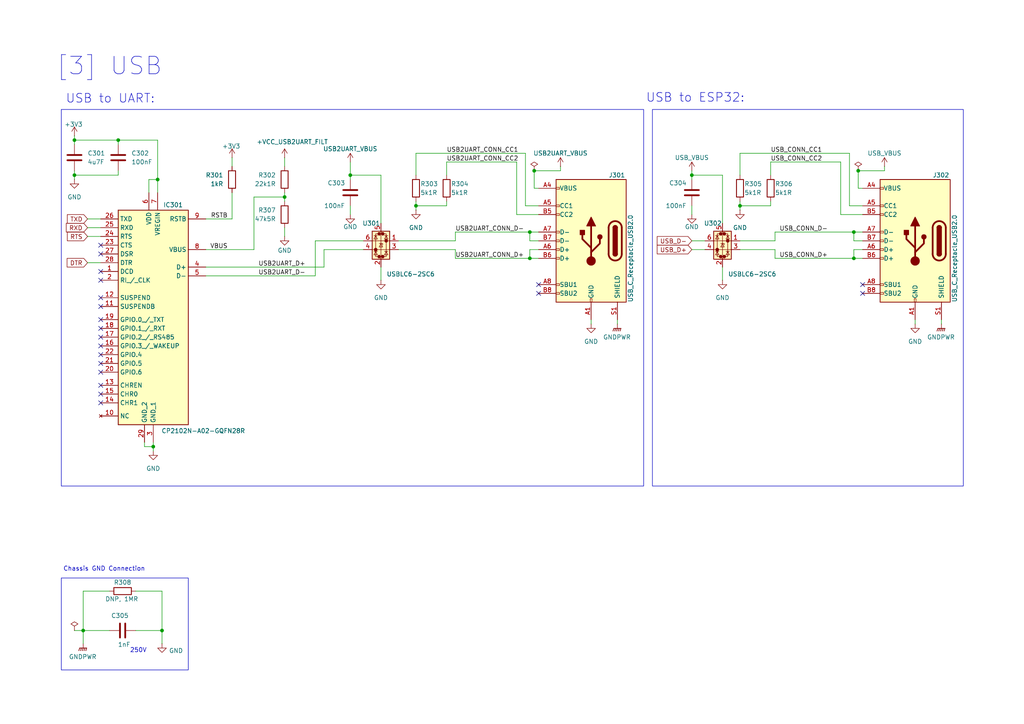
<source format=kicad_sch>
(kicad_sch (version 20250114) (generator "eeschema") (generator_version "9.0")
  (paper "A4")
  (lib_symbols
    (symbol "Connector:USB_C_Receptacle_USB2.0" (pin_names (offset 1.016))
      (property "Reference" "J" (at -10.16 19.05 0))
      (property "Value" "USB_C_Receptacle_USB2.0" (at 19.05 19.05 0))
      (symbol "USB_C_Receptacle_USB2.0_0_0"
        (rectangle (start -0.254 -17.78) (end 0.254 -16.764))
        (rectangle (start 10.16 15.494) (end 9.144 14.986))
        (rectangle (start 10.16 10.414) (end 9.144 9.906))
        (rectangle (start 10.16 7.874) (end 9.144 7.366))
        (rectangle (start 10.16 2.794) (end 9.144 2.286))
        (rectangle (start 10.16 0.254) (end 9.144 -0.254))
        (rectangle (start 10.16 -2.286) (end 9.144 -2.794))
        (rectangle (start 10.16 -4.826) (end 9.144 -5.334))
        (rectangle (start 10.16 -12.446) (end 9.144 -12.954))
        (rectangle (start 10.16 -14.986) (end 9.144 -15.494))
      )
      (symbol "USB_C_Receptacle_USB2.0_0_1"
        (rectangle (start -10.16 17.78) (end 10.16 -17.78) (stroke (width 0.254)) (fill (type background)))
        (polyline (pts (xy -8.89 -3.81) (xy -8.89 3.81)) (stroke (width 0.508)))
        (rectangle (start -7.62 -3.81) (end -6.35 3.81) (stroke (width 0.254)) (fill (type outline)))
        (arc (start -7.62 3.81) (mid -6.985 4.4422) (end -6.35 3.81) (stroke (width 0.254)))
        (arc (start -7.62 3.81) (mid -6.985 4.4422) (end -6.35 3.81) (stroke (width 0.254)) (fill (type outline)))
        (arc (start -8.89 3.81) (mid -6.985 5.7066) (end -5.08 3.81) (stroke (width 0.508)))
        (arc (start -5.08 -3.81) (mid -6.985 -5.7066) (end -8.89 -3.81) (stroke (width 0.508)))
        (arc (start -6.35 -3.81) (mid -6.985 -4.4422) (end -7.62 -3.81) (stroke (width 0.254)))
        (arc (start -6.35 -3.81) (mid -6.985 -4.4422) (end -7.62 -3.81) (stroke (width 0.254)) (fill (type outline)))
        (polyline (pts (xy -5.08 3.81) (xy -5.08 -3.81)) (stroke (width 0.508)))
        (circle (center -2.54 1.143) (radius 0.635) (stroke (width 0.254)) (fill (type outline)))
        (polyline (pts (xy -1.27 4.318) (xy 0 6.858) (xy 1.27 4.318) (xy -1.27 4.318)) (stroke (width 0.254)) (fill (type outline)))
        (polyline (pts (xy 0 -2.032) (xy 2.54 0.508) (xy 2.54 1.778)) (stroke (width 0.508)))
        (polyline (pts (xy 0 -3.302) (xy -2.54 -0.762) (xy -2.54 0.508)) (stroke (width 0.508)))
        (polyline (pts (xy 0 -5.842) (xy 0 4.318)) (stroke (width 0.508)))
        (circle (center 0 -5.842) (radius 1.27) (fill (type outline)))
        (rectangle (start 1.905 1.778) (end 3.175 3.048) (stroke (width 0.254)) (fill (type outline)))
      )
      (symbol "USB_C_Receptacle_USB2.0_1_1"
        (pin passive line (at -7.62 -22.86 90) (length 5.08) (name "SHIELD") (number "S1"))
        (pin passive line (at 0 -22.86 90) (length 5.08) (name "GND") (number "A1"))
        (pin passive line (at 0 -22.86 90) (length 5.08) (hide yes) (name "GND") (number "A12"))
        (pin passive line (at 0 -22.86 90) (length 5.08) (hide yes) (name "GND") (number "B1"))
        (pin passive line (at 0 -22.86 90) (length 5.08) (hide yes) (name "GND") (number "B12"))
        (pin passive line (at 15.24 15.24 180) (length 5.08) (name "VBUS") (number "A4"))
        (pin passive line (at 15.24 15.24 180) (length 5.08) (hide yes) (name "VBUS") (number "A9"))
        (pin passive line (at 15.24 15.24 180) (length 5.08) (hide yes) (name "VBUS") (number "B4"))
        (pin passive line (at 15.24 15.24 180) (length 5.08) (hide yes) (name "VBUS") (number "B9"))
        (pin bidirectional line (at 15.24 10.16 180) (length 5.08) (name "CC1") (number "A5"))
        (pin bidirectional line (at 15.24 7.62 180) (length 5.08) (name "CC2") (number "B5"))
        (pin bidirectional line (at 15.24 2.54 180) (length 5.08) (name "D-") (number "A7"))
        (pin bidirectional line (at 15.24 0 180) (length 5.08) (name "D-") (number "B7"))
        (pin bidirectional line (at 15.24 -2.54 180) (length 5.08) (name "D+") (number "A6"))
        (pin bidirectional line (at 15.24 -5.08 180) (length 5.08) (name "D+") (number "B6"))
        (pin bidirectional line (at 15.24 -12.7 180) (length 5.08) (name "SBU1") (number "A8"))
        (pin bidirectional line (at 15.24 -15.24 180) (length 5.08) (name "SBU2") (number "B8"))
      )
    )
    (symbol "Device:C" (pin_numbers (hide yes)) (pin_names (offset 0.254))
      (property "Reference" "C" (at 0.635 2.54 0))
      (property "Value" "C" (at 0.635 -2.54 0))
      (symbol "C_0_1"
        (polyline (pts (xy -2.032 0.762) (xy 2.032 0.762)) (stroke (width 0.508)))
        (polyline (pts (xy -2.032 -0.762) (xy 2.032 -0.762)) (stroke (width 0.508)))
      )
      (symbol "C_1_1"
        (pin passive line (at 0 3.81 270) (length 2.794) (name "~") (number "1"))
        (pin passive line (at 0 -3.81 90) (length 2.794) (name "~") (number "2"))
      )
    )
    (symbol "Device:R" (pin_numbers (hide yes)) (pin_names (offset 0))
      (property "Reference" "R" (at 2.032 0 90))
      (property "Value" "R" (at 0 0 90))
      (symbol "R_0_1"
        (rectangle (start -1.016 -2.54) (end 1.016 2.54) (stroke (width 0.254)))
      )
      (symbol "R_1_1"
        (pin passive line (at 0 3.81 270) (length 1.27) (name "~") (number "1"))
        (pin passive line (at 0 -3.81 90) (length 1.27) (name "~") (number "2"))
      )
    )
    (symbol "GND_1" (power) (pin_numbers (hide yes)) (pin_names (offset 0) (hide yes))
      (property "Value" "GND" (at 0 -3.81 0))
      (symbol "GND_1_0_1"
        (polyline (pts (xy 0 0) (xy 0 -1.27) (xy 1.27 -1.27) (xy 0 -2.54) (xy -1.27 -1.27) (xy 0 -1.27)))
      )
      (symbol "GND_1_1_1"
        (pin power_in line (at 0 0 270) (length 0) (name "~") (number "1"))
      )
    )
    (symbol "GND_10" (power) (pin_numbers (hide yes)) (pin_names (offset 0) (hide yes))
      (property "Value" "GND" (at 0 -3.81 0))
      (symbol "GND_10_0_1"
        (polyline (pts (xy 0 0) (xy 0 -1.27) (xy 1.27 -1.27) (xy 0 -2.54) (xy -1.27 -1.27) (xy 0 -1.27)))
      )
      (symbol "GND_10_1_1"
        (pin power_in line (at 0 0 270) (length 0) (name "~") (number "1"))
      )
    )
    (symbol "GND_11" (power) (pin_numbers (hide yes)) (pin_names (offset 0) (hide yes))
      (property "Value" "GND" (at 0 -3.81 0))
      (symbol "GND_11_0_1"
        (polyline (pts (xy 0 0) (xy 0 -1.27) (xy 1.27 -1.27) (xy 0 -2.54) (xy -1.27 -1.27) (xy 0 -1.27)))
      )
      (symbol "GND_11_1_1"
        (pin power_in line (at 0 0 270) (length 0) (name "~") (number "1"))
      )
    )
    (symbol "GND_2" (power) (pin_numbers (hide yes)) (pin_names (offset 0) (hide yes))
      (property "Value" "GND" (at 0 -3.81 0))
      (symbol "GND_2_0_1"
        (polyline (pts (xy 0 0) (xy 0 -1.27) (xy 1.27 -1.27) (xy 0 -2.54) (xy -1.27 -1.27) (xy 0 -1.27)))
      )
      (symbol "GND_2_1_1"
        (pin power_in line (at 0 0 270) (length 0) (name "~") (number "1"))
      )
    )
    (symbol "GND_3" (power) (pin_numbers (hide yes)) (pin_names (offset 0) (hide yes))
      (property "Value" "GND" (at 0 -3.81 0))
      (symbol "GND_3_0_1"
        (polyline (pts (xy 0 0) (xy 0 -1.27) (xy 1.27 -1.27) (xy 0 -2.54) (xy -1.27 -1.27) (xy 0 -1.27)))
      )
      (symbol "GND_3_1_1"
        (pin power_in line (at 0 0 270) (length 0) (name "~") (number "1"))
      )
    )
    (symbol "GND_4" (power) (pin_numbers (hide yes)) (pin_names (offset 0) (hide yes))
      (property "Value" "GND" (at 0 -3.81 0))
      (symbol "GND_4_0_1"
        (polyline (pts (xy 0 0) (xy 0 -1.27) (xy 1.27 -1.27) (xy 0 -2.54) (xy -1.27 -1.27) (xy 0 -1.27)))
      )
      (symbol "GND_4_1_1"
        (pin power_in line (at 0 0 270) (length 0) (name "~") (number "1"))
      )
    )
    (symbol "GND_5" (power) (pin_numbers (hide yes)) (pin_names (offset 0) (hide yes))
      (property "Value" "GND" (at 0 -3.81 0))
      (symbol "GND_5_0_1"
        (polyline (pts (xy 0 0) (xy 0 -1.27) (xy 1.27 -1.27) (xy 0 -2.54) (xy -1.27 -1.27) (xy 0 -1.27)))
      )
      (symbol "GND_5_1_1"
        (pin power_in line (at 0 0 270) (length 0) (name "~") (number "1"))
      )
    )
    (symbol "GND_6" (power) (pin_numbers (hide yes)) (pin_names (offset 0) (hide yes))
      (property "Value" "GND" (at 0 -3.81 0))
      (symbol "GND_6_0_1"
        (polyline (pts (xy 0 0) (xy 0 -1.27) (xy 1.27 -1.27) (xy 0 -2.54) (xy -1.27 -1.27) (xy 0 -1.27)))
      )
      (symbol "GND_6_1_1"
        (pin power_in line (at 0 0 270) (length 0) (name "~") (number "1"))
      )
    )
    (symbol "GND_7" (power) (pin_numbers (hide yes)) (pin_names (offset 0) (hide yes))
      (property "Value" "GND" (at 0 -3.81 0))
      (symbol "GND_7_0_1"
        (polyline (pts (xy 0 0) (xy 0 -1.27) (xy 1.27 -1.27) (xy 0 -2.54) (xy -1.27 -1.27) (xy 0 -1.27)))
      )
      (symbol "GND_7_1_1"
        (pin power_in line (at 0 0 270) (length 0) (name "~") (number "1"))
      )
    )
    (symbol "GND_9" (power) (pin_numbers (hide yes)) (pin_names (offset 0) (hide yes))
      (property "Value" "GND" (at 0 -3.81 0))
      (symbol "GND_9_0_1"
        (polyline (pts (xy 0 0) (xy 0 -1.27) (xy 1.27 -1.27) (xy 0 -2.54) (xy -1.27 -1.27) (xy 0 -1.27)))
      )
      (symbol "GND_9_1_1"
        (pin power_in line (at 0 0 270) (length 0) (name "~") (number "1"))
      )
    )
    (symbol "Power_Protection:USBLC6-2SC6" (pin_names (hide yes))
      (property "Reference" "U" (at 0.635 5.715 0))
      (property "Value" "USBLC6-2SC6" (at 0.635 3.81 0))
      (symbol "USBLC6-2SC6_0_0"
        (circle (center -1.524 0) (radius 0.0001) (stroke (width 0.508)))
        (circle (center -0.508 2.032) (radius 0.0001) (stroke (width 0.508)))
        (circle (center -0.508 -4.572) (radius 0.0001) (stroke (width 0.508)))
        (circle (center 0.508 2.032) (radius 0.0001) (stroke (width 0.508)))
        (circle (center 0.508 -4.572) (radius 0.0001) (stroke (width 0.508)))
        (circle (center 1.524 -2.54) (radius 0.0001) (stroke (width 0.508)))
      )
      (symbol "USBLC6-2SC6_0_1"
        (polyline (pts (xy -2.54 0) (xy 2.54 0)))
        (polyline (pts (xy -2.54 -2.54) (xy 2.54 -2.54)))
        (polyline (pts (xy -2.032 0.508) (xy -1.016 0.508) (xy -1.524 1.524) (xy -2.032 0.508)))
        (polyline (pts (xy -2.032 -3.048) (xy -1.016 -3.048)))
        (polyline (pts (xy -1.016 1.524) (xy -2.032 1.524)))
        (polyline (pts (xy -1.016 -4.064) (xy -2.032 -4.064) (xy -1.524 -3.048) (xy -1.016 -4.064)))
        (polyline (pts (xy -0.508 -1.143) (xy -0.508 -0.762) (xy 0.508 -0.762)))
        (polyline (pts (xy 0 2.54) (xy -0.508 2.032) (xy 0.508 2.032) (xy 0 1.524) (xy 0 -4.064) (xy -0.508 -4.572) (xy 0.508 -4.572) (xy 0 -5.08)))
        (polyline (pts (xy 0.508 -1.778) (xy -0.508 -1.778) (xy 0 -0.762) (xy 0.508 -1.778)))
        (polyline (pts (xy 1.016 1.524) (xy 2.032 1.524)))
        (polyline (pts (xy 1.016 -3.048) (xy 2.032 -3.048)))
        (polyline (pts (xy 2.032 0.508) (xy 1.016 0.508) (xy 1.524 1.524) (xy 2.032 0.508)))
        (polyline (pts (xy 2.032 -4.064) (xy 1.016 -4.064) (xy 1.524 -3.048) (xy 2.032 -4.064)))
      )
      (symbol "USBLC6-2SC6_1_1"
        (rectangle (start -2.54 2.794) (end 2.54 -5.334) (stroke (width 0.254)) (fill (type background)))
        (polyline (pts (xy -0.508 2.032) (xy -1.524 2.032) (xy -1.524 -4.572) (xy -0.508 -4.572)))
        (polyline (pts (xy 0.508 -4.572) (xy 1.524 -4.572) (xy 1.524 2.032) (xy 0.508 2.032)))
        (pin passive line (at -5.08 0 0) (length 2.54) (name "I/O1") (number "1"))
        (pin passive line (at -5.08 -2.54 0) (length 2.54) (name "I/O2") (number "3"))
        (pin passive line (at 0 5.08 270) (length 2.54) (name "VBUS") (number "5"))
        (pin passive line (at 0 -7.62 90) (length 2.54) (name "GND") (number "2"))
        (pin passive line (at 5.08 0 180) (length 2.54) (name "I/O1") (number "6"))
        (pin passive line (at 5.08 -2.54 180) (length 2.54) (name "I/O2") (number "4"))
      )
    )
    (symbol "VBUS_1" (power) (pin_numbers (hide yes)) (pin_names (offset 0) (hide yes))
      (property "Value" "VBUS" (at 0 3.556 0))
      (symbol "VBUS_1_0_1"
        (polyline (pts (xy -0.762 1.27) (xy 0 2.54)))
        (polyline (pts (xy 0 2.54) (xy 0.762 1.27)))
        (polyline (pts (xy 0 0) (xy 0 2.54)))
      )
      (symbol "VBUS_1_1_1"
        (pin power_in line (at 0 0 90) (length 0) (name "~") (number "1"))
      )
    )
    (symbol "VBUS_2" (power) (pin_numbers (hide yes)) (pin_names (offset 0) (hide yes))
      (property "Value" "VBUS" (at 0 3.556 0))
      (symbol "VBUS_2_0_1"
        (polyline (pts (xy -0.762 1.27) (xy 0 2.54)))
        (polyline (pts (xy 0 2.54) (xy 0.762 1.27)))
        (polyline (pts (xy 0 0) (xy 0 2.54)))
      )
      (symbol "VBUS_2_1_1"
        (pin power_in line (at 0 0 90) (length 0) (name "~") (number "1"))
      )
    )
    (symbol "esp32_s3_weather_webserver:CP2102N-A02-GQFN28R"
      (property "Reference" "IC" (at 14.986 5.842 0))
      (property "Value" "CP2102N-A02-GQFN28R" (at 14.986 3.302 0))
      (symbol "CP2102N-A02-GQFN28R_1_1"
        (rectangle (start 0 0) (end 20.32 -62.23) (stroke (width 0.254)) (fill (type background)))
        (pin passive line (at -5.08 -2.54 0) (length 5.08) (name "RSTB") (number "9"))
        (pin passive line (at -5.08 -11.43 0) (length 5.08) (name "VBUS") (number "8"))
        (pin passive line (at -5.08 -16.51 0) (length 5.08) (name "D+") (number "4"))
        (pin passive line (at -5.08 -19.05 0) (length 5.08) (name "D-") (number "5"))
        (pin passive line (at 8.89 5.08 270) (length 5.08) (name "VREGIN") (number "7"))
        (pin passive line (at 10.16 -67.31 90) (length 5.08) (name "GND_1") (number "3"))
        (pin passive line (at 11.43 5.08 270) (length 5.08) (name "VDD") (number "6"))
        (pin passive line (at 12.7 -67.31 90) (length 5.08) (name "GND_2") (number "29"))
        (pin passive line (at 25.4 -2.54 180) (length 5.08) (name "TXD") (number "26"))
        (pin passive line (at 25.4 -5.08 180) (length 5.08) (name "RXD") (number "25"))
        (pin passive line (at 25.4 -7.62 180) (length 5.08) (name "RTS") (number "24"))
        (pin passive line (at 25.4 -10.16 180) (length 5.08) (name "CTS") (number "23"))
        (pin passive line (at 25.4 -12.7 180) (length 5.08) (name "DSR") (number "27"))
        (pin passive line (at 25.4 -15.24 180) (length 5.08) (name "DTR") (number "28"))
        (pin passive line (at 25.4 -17.78 180) (length 5.08) (name "DCD") (number "1"))
        (pin passive line (at 25.4 -20.32 180) (length 5.08) (name "RI_/_CLK") (number "2"))
        (pin passive line (at 25.4 -25.4 180) (length 5.08) (name "SUSPEND") (number "12"))
        (pin passive line (at 25.4 -27.94 180) (length 5.08) (name "SUSPENDB") (number "11"))
        (pin passive line (at 25.4 -31.75 180) (length 5.08) (name "GPIO.0_/_TXT") (number "19"))
        (pin passive line (at 25.4 -34.29 180) (length 5.08) (name "GPIO.1_/_RXT") (number "18"))
        (pin passive line (at 25.4 -36.83 180) (length 5.08) (name "GPIO.2_/_RS485") (number "17"))
        (pin passive line (at 25.4 -39.37 180) (length 5.08) (name "GPIO.3_/_WAKEUP") (number "16"))
        (pin passive line (at 25.4 -41.91 180) (length 5.08) (name "GPIO.4") (number "22"))
        (pin passive line (at 25.4 -44.45 180) (length 5.08) (name "GPIO.5") (number "21"))
        (pin passive line (at 25.4 -46.99 180) (length 5.08) (name "GPIO.6") (number "20"))
        (pin passive line (at 25.4 -50.8 180) (length 5.08) (name "CHREN") (number "13"))
        (pin passive line (at 25.4 -53.34 180) (length 5.08) (name "CHR0") (number "15"))
        (pin passive line (at 25.4 -55.88 180) (length 5.08) (name "CHR1") (number "14"))
        (pin no_connect line (at 25.4 -59.69 180) (length 5.08) (name "NC") (number "10"))
      )
    )
    (symbol "power:+3.3V" (power) (pin_numbers (hide yes)) (pin_names (offset 0) (hide yes))
      (property "Value" "+3.3V" (at 0 3.556 0))
      (symbol "+3.3V_0_1"
        (polyline (pts (xy -0.762 1.27) (xy 0 2.54)))
        (polyline (pts (xy 0 2.54) (xy 0.762 1.27)))
        (polyline (pts (xy 0 0) (xy 0 2.54)))
      )
      (symbol "+3.3V_1_1"
        (pin power_in line (at 0 0 90) (length 0) (name "~") (number "1"))
      )
    )
    (symbol "power:+5V" (power) (pin_numbers (hide yes)) (pin_names (offset 0) (hide yes))
      (property "Value" "+5V" (at 0 3.556 0))
      (symbol "+5V_0_1"
        (polyline (pts (xy -0.762 1.27) (xy 0 2.54)))
        (polyline (pts (xy 0 2.54) (xy 0.762 1.27)))
        (polyline (pts (xy 0 0) (xy 0 2.54)))
      )
      (symbol "+5V_1_1"
        (pin power_in line (at 0 0 90) (length 0) (name "~") (number "1"))
      )
    )
    (symbol "power:GND" (power) (pin_numbers (hide yes)) (pin_names (offset 0) (hide yes))
      (property "Value" "GND" (at 0 -3.81 0))
      (symbol "GND_0_1"
        (polyline (pts (xy 0 0) (xy 0 -1.27) (xy 1.27 -1.27) (xy 0 -2.54) (xy -1.27 -1.27) (xy 0 -1.27)))
      )
      (symbol "GND_1_1"
        (pin power_in line (at 0 0 270) (length 0) (name "~") (number "1"))
      )
    )
    (symbol "power:GNDPWR" (power) (pin_numbers (hide yes)) (pin_names (offset 0) (hide yes))
      (property "Value" "GNDPWR" (at 0 -3.302 0))
      (symbol "GNDPWR_0_1"
        (polyline (pts (xy -1.016 -1.27) (xy -1.27 -2.032) (xy -1.27 -2.032)) (stroke (width 0.2032)))
        (polyline (pts (xy -0.508 -1.27) (xy -0.762 -2.032) (xy -0.762 -2.032)) (stroke (width 0.2032)))
        (polyline (pts (xy 0 -1.27) (xy 0 0)))
        (polyline (pts (xy 0 -1.27) (xy -0.254 -2.032) (xy -0.254 -2.032)) (stroke (width 0.2032)))
        (polyline (pts (xy 0.508 -1.27) (xy 0.254 -2.032) (xy 0.254 -2.032)) (stroke (width 0.2032)))
        (polyline (pts (xy 1.016 -1.27) (xy -1.016 -1.27) (xy -1.016 -1.27)) (stroke (width 0.2032)))
        (polyline (pts (xy 1.016 -1.27) (xy 0.762 -2.032) (xy 0.762 -2.032) (xy 0.762 -2.032)) (stroke (width 0.2032)))
      )
      (symbol "GNDPWR_1_1"
        (pin power_in line (at 0 0 270) (length 0) (name "~") (number "1"))
      )
    )
    (symbol "power:PWR_FLAG" (power) (pin_numbers (hide yes)) (pin_names (offset 0) (hide yes))
      (property "Value" "PWR_FLAG" (at 0 3.81 0))
      (symbol "PWR_FLAG_0_0"
        (pin power_out line (at 0 0 90) (length 0) (name "~") (number "1"))
      )
      (symbol "PWR_FLAG_0_1"
        (polyline (pts (xy 0 0) (xy 0 1.27) (xy -1.016 1.905) (xy 0 2.54) (xy 1.016 1.905) (xy 0 1.27)))
      )
    )
    (symbol "power:VBUS" (power) (pin_numbers (hide yes)) (pin_names (offset 0) (hide yes))
      (property "Value" "VBUS" (at 0 3.556 0))
      (symbol "VBUS_0_1"
        (polyline (pts (xy -0.762 1.27) (xy 0 2.54)))
        (polyline (pts (xy 0 2.54) (xy 0.762 1.27)))
        (polyline (pts (xy 0 0) (xy 0 2.54)))
      )
      (symbol "VBUS_1_1"
        (pin power_in line (at 0 0 90) (length 0) (name "~") (number "1"))
      )
    )
  )
  (rectangle (start 17.78 31.75) (end 186.69 140.97))
  (rectangle (start 17.78 167.64) (end 54.61 194.31))
  (rectangle (start 189.23 31.75) (end 279.4 140.97))
  (text "USB to ESP32:" (at 201.676 28.448 0) (effects (font (size 2.54 2.54))))
  (text "[3] USB" (at 31.75 19.304 0) (effects (font (size 5.08 5.08))))
  (text "Chassis GND Connection" (at 30.226 165.1 0) (effects (font (size 1.27 1.27))))
  (text "USB to UART:" (at 32.004 28.702 0) (effects (font (size 2.54 2.54))))
  (text "250V" (at 40.132 188.722 0) (effects (font (size 1.27 1.27))))
  (junction (at 200.66 50.8))
  (junction (at 21.59 50.8))
  (junction (at 247.65 67.31))
  (junction (at 153.67 67.31))
  (junction (at 153.67 74.93))
  (junction (at 46.99 182.88))
  (junction (at 44.45 129.54))
  (junction (at 214.63 59.69))
  (junction (at 21.59 40.64))
  (junction (at 248.92 49.53))
  (junction (at 34.29 40.64))
  (junction (at 120.65 59.69))
  (junction (at 247.65 74.93))
  (junction (at 154.94 49.53))
  (junction (at 101.6 50.8))
  (junction (at 24.13 182.88))
  (junction (at 82.55 57.15))
  (junction (at 45.72 52.07))
  (no_connect (at 29.21 107.95))
  (no_connect (at 29.21 95.25))
  (no_connect (at 250.19 82.55))
  (no_connect (at 29.21 102.87))
  (no_connect (at 250.19 85.09))
  (no_connect (at 29.21 114.3))
  (no_connect (at 29.21 92.71))
  (no_connect (at 29.21 78.74))
  (no_connect (at 156.21 82.55))
  (no_connect (at 29.21 100.33))
  (no_connect (at 29.21 88.9))
  (no_connect (at 29.21 71.12))
  (no_connect (at 29.21 81.28))
  (no_connect (at 29.21 111.76))
  (no_connect (at 29.21 73.66))
  (no_connect (at 29.21 97.79))
  (no_connect (at 156.21 85.09))
  (no_connect (at 29.21 116.84))
  (no_connect (at 29.21 86.36))
  (no_connect (at 29.21 105.41))
  (wire (pts (xy 110.49 64.77) (xy 110.49 50.8)))
  (wire (pts (xy 24.13 182.88) (xy 24.13 171.45)))
  (wire (pts (xy 34.29 40.64) (xy 34.29 41.91)))
  (wire (pts (xy 39.37 171.45) (xy 46.99 171.45)))
  (wire (pts (xy 41.91 129.54) (xy 44.45 129.54)))
  (wire (pts (xy 24.13 182.88) (xy 31.75 182.88)))
  (wire (pts (xy 67.31 55.88) (xy 67.31 63.5)))
  (wire (pts (xy 250.19 72.39) (xy 247.65 72.39)))
  (wire (pts (xy 44.45 129.54) (xy 44.45 130.81)))
  (wire (pts (xy 120.65 59.69) (xy 129.54 59.69)))
  (wire (pts (xy 24.13 182.88) (xy 24.13 186.69)))
  (wire (pts (xy 247.65 67.31) (xy 250.19 67.31)))
  (wire (pts (xy 132.08 72.39) (xy 132.08 74.93)))
  (wire (pts (xy 265.43 93.98) (xy 265.43 92.71)))
  (wire (pts (xy 153.67 69.85) (xy 153.67 67.31)))
  (wire (pts (xy 82.55 55.88) (xy 82.55 57.15)))
  (wire (pts (xy 129.54 46.99) (xy 149.86 46.99)))
  (wire (pts (xy 162.56 48.26) (xy 162.56 49.53)))
  (wire (pts (xy 120.65 50.8) (xy 120.65 44.45)))
  (wire (pts (xy 34.29 40.64) (xy 45.72 40.64)))
  (wire (pts (xy 214.63 50.8) (xy 214.63 44.45)))
  (wire (pts (xy 154.94 49.53) (xy 154.94 54.61)))
  (wire (pts (xy 21.59 39.37) (xy 21.59 40.64)))
  (wire (pts (xy 29.21 66.04) (xy 25.4 66.04)))
  (wire (pts (xy 250.19 69.85) (xy 247.65 69.85)))
  (wire (pts (xy 24.13 171.45) (xy 31.75 171.45)))
  (wire (pts (xy 120.65 60.96) (xy 120.65 59.69)))
  (wire (pts (xy 101.6 62.23) (xy 101.6 59.69)))
  (wire (pts (xy 45.72 52.07) (xy 43.18 52.07)))
  (wire (pts (xy 82.55 57.15) (xy 73.66 57.15)))
  (wire (pts (xy 101.6 50.8) (xy 101.6 52.07)))
  (wire (pts (xy 93.98 77.47) (xy 93.98 72.39)))
  (wire (pts (xy 45.72 52.07) (xy 45.72 55.88)))
  (wire (pts (xy 224.79 69.85) (xy 224.79 67.31)))
  (wire (pts (xy 41.91 128.27) (xy 41.91 129.54)))
  (wire (pts (xy 209.55 77.47) (xy 209.55 81.28)))
  (wire (pts (xy 224.79 67.31) (xy 247.65 67.31)))
  (wire (pts (xy 115.57 69.85) (xy 132.08 69.85)))
  (wire (pts (xy 132.08 74.93) (xy 153.67 74.93)))
  (wire (pts (xy 132.08 69.85) (xy 132.08 67.31)))
  (wire (pts (xy 120.65 44.45) (xy 152.4 44.45)))
  (wire (pts (xy 59.69 80.01) (xy 91.44 80.01)))
  (wire (pts (xy 247.65 74.93) (xy 250.19 74.93)))
  (wire (pts (xy 59.69 77.47) (xy 93.98 77.47)))
  (wire (pts (xy 29.21 63.5) (xy 25.4 63.5)))
  (wire (pts (xy 223.52 50.8) (xy 223.52 46.99)))
  (wire (pts (xy 29.21 68.58) (xy 25.4 68.58)))
  (wire (pts (xy 156.21 69.85) (xy 153.67 69.85)))
  (wire (pts (xy 82.55 57.15) (xy 82.55 58.42)))
  (wire (pts (xy 110.49 77.47) (xy 110.49 81.28)))
  (wire (pts (xy 44.45 128.27) (xy 44.45 129.54)))
  (wire (pts (xy 209.55 64.77) (xy 209.55 50.8)))
  (wire (pts (xy 59.69 72.39) (xy 73.66 72.39)))
  (wire (pts (xy 162.56 49.53) (xy 154.94 49.53)))
  (wire (pts (xy 250.19 59.69) (xy 246.38 59.69)))
  (wire (pts (xy 214.63 44.45) (xy 246.38 44.45)))
  (wire (pts (xy 115.57 72.39) (xy 132.08 72.39)))
  (wire (pts (xy 156.21 62.23) (xy 149.86 62.23)))
  (wire (pts (xy 129.54 59.69) (xy 129.54 58.42)))
  (wire (pts (xy 223.52 59.69) (xy 223.52 58.42)))
  (wire (pts (xy 214.63 59.69) (xy 223.52 59.69)))
  (wire (pts (xy 154.94 54.61) (xy 156.21 54.61)))
  (wire (pts (xy 224.79 72.39) (xy 224.79 74.93)))
  (wire (pts (xy 247.65 69.85) (xy 247.65 67.31)))
  (wire (pts (xy 21.59 40.64) (xy 21.59 41.91)))
  (wire (pts (xy 93.98 72.39) (xy 105.41 72.39)))
  (wire (pts (xy 67.31 63.5) (xy 59.69 63.5)))
  (wire (pts (xy 129.54 50.8) (xy 129.54 46.99)))
  (wire (pts (xy 200.66 69.85) (xy 204.47 69.85)))
  (wire (pts (xy 214.63 60.96) (xy 214.63 59.69)))
  (wire (pts (xy 21.59 50.8) (xy 21.59 52.07)))
  (wire (pts (xy 152.4 59.69) (xy 152.4 44.45)))
  (wire (pts (xy 214.63 59.69) (xy 214.63 58.42)))
  (wire (pts (xy 45.72 40.64) (xy 45.72 52.07)))
  (wire (pts (xy 91.44 69.85) (xy 105.41 69.85)))
  (wire (pts (xy 153.67 67.31) (xy 156.21 67.31)))
  (wire (pts (xy 21.59 49.53) (xy 21.59 50.8)))
  (wire (pts (xy 120.65 59.69) (xy 120.65 58.42)))
  (wire (pts (xy 200.66 72.39) (xy 204.47 72.39)))
  (wire (pts (xy 256.54 48.26) (xy 256.54 49.53)))
  (wire (pts (xy 248.92 49.53) (xy 248.92 54.61)))
  (wire (pts (xy 39.37 182.88) (xy 46.99 182.88)))
  (wire (pts (xy 101.6 46.99) (xy 101.6 50.8)))
  (wire (pts (xy 273.05 92.71) (xy 273.05 93.98)))
  (wire (pts (xy 82.55 45.72) (xy 82.55 48.26)))
  (wire (pts (xy 179.07 92.71) (xy 179.07 93.98)))
  (wire (pts (xy 153.67 72.39) (xy 153.67 74.93)))
  (wire (pts (xy 223.52 46.99) (xy 243.84 46.99)))
  (wire (pts (xy 248.92 54.61) (xy 250.19 54.61)))
  (wire (pts (xy 21.59 50.8) (xy 34.29 50.8)))
  (wire (pts (xy 73.66 57.15) (xy 73.66 72.39)))
  (wire (pts (xy 29.21 76.2) (xy 25.4 76.2)))
  (wire (pts (xy 200.66 62.23) (xy 200.66 59.69)))
  (wire (pts (xy 246.38 59.69) (xy 246.38 44.45)))
  (wire (pts (xy 46.99 171.45) (xy 46.99 182.88)))
  (wire (pts (xy 156.21 72.39) (xy 153.67 72.39)))
  (wire (pts (xy 67.31 45.72) (xy 67.31 48.26)))
  (wire (pts (xy 110.49 50.8) (xy 101.6 50.8)))
  (wire (pts (xy 21.59 40.64) (xy 34.29 40.64)))
  (wire (pts (xy 250.19 62.23) (xy 243.84 62.23)))
  (wire (pts (xy 91.44 80.01) (xy 91.44 69.85)))
  (wire (pts (xy 214.63 69.85) (xy 224.79 69.85)))
  (wire (pts (xy 46.99 182.88) (xy 46.99 186.69)))
  (wire (pts (xy 21.59 182.88) (xy 24.13 182.88)))
  (wire (pts (xy 43.18 52.07) (xy 43.18 55.88)))
  (wire (pts (xy 200.66 50.8) (xy 200.66 52.07)))
  (wire (pts (xy 132.08 67.31) (xy 153.67 67.31)))
  (wire (pts (xy 256.54 49.53) (xy 248.92 49.53)))
  (wire (pts (xy 209.55 50.8) (xy 200.66 50.8)))
  (wire (pts (xy 224.79 74.93) (xy 247.65 74.93)))
  (wire (pts (xy 34.29 50.8) (xy 34.29 49.53)))
  (wire (pts (xy 171.45 93.98) (xy 171.45 92.71)))
  (wire (pts (xy 156.21 59.69) (xy 152.4 59.69)))
  (wire (pts (xy 243.84 62.23) (xy 243.84 46.99)))
  (wire (pts (xy 82.55 66.04) (xy 82.55 68.58)))
  (wire (pts (xy 200.66 49.53) (xy 200.66 50.8)))
  (wire (pts (xy 153.67 74.93) (xy 156.21 74.93)))
  (wire (pts (xy 214.63 72.39) (xy 224.79 72.39)))
  (wire (pts (xy 149.86 62.23) (xy 149.86 46.99)))
  (wire (pts (xy 247.65 72.39) (xy 247.65 74.93)))
  (label "USB2UART_CONN_D+" (at 132.08 74.93 0))
  (label "USB2UART_CONN_D-" (at 132.08 67.31 0))
  (label "RSTB" (at 66.04 63.5 180))
  (label "USB2UART_D+" (at 74.93 77.47 0))
  (label "USB_CONN_D+" (at 226.06 74.93 0))
  (label "USB2UART_CONN_CC2" (at 129.54 46.99 0))
  (label "USB_CONN_D-" (at 226.06 67.31 0))
  (label "USB_CONN_CC2" (at 223.52 46.99 0))
  (label "VBUS" (at 66.04 72.39 180))
  (label "USB_CONN_CC1" (at 223.52 44.45 0))
  (label "USB2UART_D-" (at 74.93 80.01 0))
  (label "USB2UART_CONN_CC1" (at 129.54 44.45 0))
  (global_label "DTR" (shape input) (at 25.4 76.2 180) (property "Intersheetrefs" "${INTERSHEET_REFS}" (effects (hide yes))))
  (global_label "TXD" (shape input) (at 25.4 63.5 180) (property "Intersheetrefs" "${INTERSHEET_REFS}" (effects (hide yes))))
  (global_label "RXD" (shape input) (at 25.4 66.04 180) (property "Intersheetrefs" "${INTERSHEET_REFS}" (effects (hide yes))))
  (global_label "USB_D-" (shape input) (at 200.66 69.85 180) (property "Intersheetrefs" "${INTERSHEET_REFS}" (effects (hide yes))))
  (global_label "USB_D+" (shape input) (at 200.66 72.39 180) (property "Intersheetrefs" "${INTERSHEET_REFS}" (effects (hide yes))))
  (global_label "RTS" (shape input) (at 25.4 68.58 180) (property "Intersheetrefs" "${INTERSHEET_REFS}" (effects (hide yes))))
  (symbol (lib_id "Connector:USB_C_Receptacle_USB2.0") (at 171.45 69.85 0) (mirror y) (unit 1)
    (property "Reference" "J301" (at 176.53 50.8 0) (effects (justify right)))
    (property "Value" "USB_C_Receptacle_USB2.0" (at 182.88 62.23 90) (effects (justify right)))
    (property "Footprint" "Connector_USB:USB_C_Receptacle_HRO_TYPE-C-31-M-12" (effects (hide yes)))
    (property "Datasheet" "https://www.usb.org/sites/default/files/documents/usb_type-c.zip" (effects (hide yes)))
    (property "LCSC link" "https://www.lcsc.com/product-detail/USB-Connectors_Korean-Hroparts-Elec-TYPE-C-31-M-12_C165948.html" (effects (hide yes)))
    (property "Manufacturer" "Korean Hroparts Elec" (effects (hide yes)))
    (property "Manufacturer Part Number" "TYPE-C-31-M-12" (effects (hide yes)))
  )
  (symbol (lib_id "power:VBUS") (at 162.56 48.26 0) (unit 1)
    (property "Reference" "#PWR0305" (effects (hide yes)))
    (property "Value" "USB2UART_VBUS" (at 162.56 44.45 0))
    (property "Description" "Power symbol creates a global label with name \"VBUS\"" (effects (hide yes)))
  )
  (symbol (lib_id "Device:R") (at 129.54 54.61 0) (unit 1)
    (property "Reference" "R304" (at 130.81 53.34 0) (effects (justify left)))
    (property "Value" "5k1R" (at 130.81 55.88 0) (effects (justify left)))
    (property "Footprint" "Resistor_SMD:R_0402_1005Metric" (effects (hide yes)))
    (property "LCSC link" "https://www.lcsc.com/product-detail/Chip-Resistor-Surface-Mount_UNI-ROYAL-Uniroyal-Elec-0402WGF5101TCE_C25905.html" (effects (hide yes)))
    (property "Manufacturer" "UNI-ROYAL(Uniroyal Elec)" (effects (hide yes)))
    (property "Manufacturer Part Number" "0402WGF5101TCE" (effects (hide yes)))
  )
  (symbol (lib_id "Device:R") (at 120.65 54.61 0) (unit 1)
    (property "Reference" "R303" (at 121.92 53.34 0) (effects (justify left)))
    (property "Value" "5k1R" (at 121.92 55.88 0) (effects (justify left)))
    (property "Footprint" "Resistor_SMD:R_0402_1005Metric" (effects (hide yes)))
    (property "LCSC link" "https://www.lcsc.com/product-detail/Chip-Resistor-Surface-Mount_UNI-ROYAL-Uniroyal-Elec-0402WGF5101TCE_C25905.html" (effects (hide yes)))
    (property "Manufacturer" "UNI-ROYAL(Uniroyal Elec)" (effects (hide yes)))
    (property "Manufacturer Part Number" "0402WGF5101TCE" (effects (hide yes)))
  )
  (symbol (lib_id "Device:R") (at 214.63 54.61 0) (unit 1)
    (property "Reference" "R305" (at 215.9 53.34 0) (effects (justify left)))
    (property "Value" "5k1R" (at 215.9 55.88 0) (effects (justify left)))
    (property "Footprint" "Resistor_SMD:R_0402_1005Metric" (effects (hide yes)))
    (property "LCSC link" "https://www.lcsc.com/product-detail/Chip-Resistor-Surface-Mount_UNI-ROYAL-Uniroyal-Elec-0402WGF5101TCE_C25905.html" (effects (hide yes)))
    (property "Manufacturer" "UNI-ROYAL(Uniroyal Elec)" (effects (hide yes)))
    (property "Manufacturer Part Number" "0402WGF5101TCE" (effects (hide yes)))
  )
  (symbol (lib_name "GND_4") (lib_id "power:GND") (at 171.45 93.98 0) (unit 1)
    (property "Reference" "#PWR0316" (effects (hide yes)))
    (property "Value" "GND" (at 171.45 99.06 0))
    (property "Description" "Power symbol creates a global label with name \"GND\" , ground" (effects (hide yes)))
  )
  (symbol (lib_name "GND_5") (lib_id "power:GND") (at 120.65 60.96 0) (unit 1)
    (property "Reference" "#PWR0309" (effects (hide yes)))
    (property "Value" "GND" (at 120.65 66.04 0))
    (property "Description" "Power symbol creates a global label with name \"GND\" , ground" (effects (hide yes)))
  )
  (symbol (lib_name "GND_2") (lib_id "power:GND") (at 21.59 52.07 0) (unit 1)
    (property "Reference" "#PWR0308" (effects (hide yes)))
    (property "Value" "GND" (at 21.59 57.15 0))
    (property "Description" "Power symbol creates a global label with name \"GND\" , ground" (effects (hide yes)))
  )
  (symbol (lib_name "GND_1") (lib_id "power:GND") (at 209.55 81.28 0) (unit 1)
    (property "Reference" "#PWR0315" (effects (hide yes)))
    (property "Value" "GND" (at 209.55 86.36 0))
    (property "Description" "Power symbol creates a global label with name \"GND\" , ground" (effects (hide yes)))
  )
  (symbol (lib_id "Device:R") (at 223.52 54.61 0) (unit 1)
    (property "Reference" "R306" (at 224.79 53.34 0) (effects (justify left)))
    (property "Value" "5k1R" (at 224.79 55.88 0) (effects (justify left)))
    (property "Footprint" "Resistor_SMD:R_0402_1005Metric" (effects (hide yes)))
    (property "LCSC link" "https://www.lcsc.com/product-detail/Chip-Resistor-Surface-Mount_UNI-ROYAL-Uniroyal-Elec-0402WGF5101TCE_C25905.html" (effects (hide yes)))
    (property "Manufacturer" "UNI-ROYAL(Uniroyal Elec)" (effects (hide yes)))
    (property "Manufacturer Part Number" "0402WGF5101TCE" (effects (hide yes)))
  )
  (symbol (lib_id "power:+3.3V") (at 21.59 39.37 0) (unit 1)
    (property "Reference" "#PWR0301" (effects (hide yes)))
    (property "Value" "+3V3" (at 21.336 36.068 0))
    (property "Description" "Power symbol creates a global label with name \"+3.3V\"" (effects (hide yes)))
  )
  (symbol (lib_name "VBUS_1") (lib_id "power:VBUS") (at 200.66 49.53 0) (unit 1)
    (property "Reference" "#PWR0307" (effects (hide yes)))
    (property "Value" "USB_VBUS" (at 200.66 45.72 0))
    (property "Description" "Power symbol creates a global label with name \"VBUS\"" (effects (hide yes)))
  )
  (symbol (lib_id "power:GNDPWR") (at 24.13 186.69 0) (unit 1)
    (property "Reference" "#PWR0321" (effects (hide yes)))
    (property "Value" "GNDPWR" (at 24.003 190.5 0))
    (property "Description" "Power symbol creates a global label with name \"GNDPWR\" , global ground" (effects (hide yes)))
  )
  (symbol (lib_id "power:+5V") (at 82.55 45.72 0) (unit 1)
    (property "Reference" "#PWR0303" (effects (hide yes)))
    (property "Value" "+VCC_USB2UART_FILT" (at 74.422 41.148 0) (effects (justify left)))
    (property "Description" "Power symbol creates a global label with name \"+5V\"" (effects (hide yes)))
  )
  (symbol (lib_id "power:PWR_FLAG") (at 21.59 182.88 0) (unit 1)
    (property "Reference" "#FLG0303" (effects (hide yes)))
    (property "Value" "PWR_FLAG" (effects (hide yes)))
    (property "Description" "Special symbol for telling ERC where power comes from" (effects (hide yes)))
  )
  (symbol (lib_name "VBUS_2") (lib_id "power:VBUS") (at 256.54 48.26 0) (unit 1)
    (property "Reference" "#PWR0306" (effects (hide yes)))
    (property "Value" "USB_VBUS" (at 256.54 44.45 0))
    (property "Description" "Power symbol creates a global label with name \"VBUS\"" (effects (hide yes)))
  )
  (symbol (lib_id "Device:R") (at 67.31 52.07 0) (mirror y) (unit 1)
    (property "Reference" "R301" (at 64.77 50.7999 0) (effects (justify left)))
    (property "Value" "1kR" (at 64.77 53.3399 0) (effects (justify left)))
    (property "Footprint" "Resistor_SMD:R_0402_1005Metric" (effects (hide yes)))
    (property "Description" "Resistor" (effects (hide yes)))
    (property "Manufacturer" "UNI-ROYAL(Uniroyal Elec)" (effects (hide yes)))
    (property "Manufacturer Part Number" "0402WGF1001TCE" (effects (hide yes)))
  )
  (symbol (lib_name "GND_10") (lib_id "power:GND") (at 200.66 62.23 0) (mirror y) (unit 1)
    (property "Reference" "#PWR0312" (effects (hide yes)))
    (property "Value" "GND" (at 200.66 65.786 0))
    (property "Description" "Power symbol creates a global label with name \"GND\" , ground" (effects (hide yes)))
  )
  (symbol (lib_name "GND_9") (lib_id "power:GND") (at 265.43 93.98 0) (unit 1)
    (property "Reference" "#PWR0318" (effects (hide yes)))
    (property "Value" "GND" (at 265.43 99.06 0))
    (property "Description" "Power symbol creates a global label with name \"GND\" , ground" (effects (hide yes)))
  )
  (symbol (lib_id "power:+3.3V") (at 67.31 45.72 0) (unit 1)
    (property "Reference" "#PWR0302" (effects (hide yes)))
    (property "Value" "+3V3" (at 67.056 42.418 0))
    (property "Description" "Power symbol creates a global label with name \"+3.3V\"" (effects (hide yes)))
  )
  (symbol (lib_id "power:GNDPWR") (at 179.07 93.98 0) (unit 1)
    (property "Reference" "#PWR0317" (effects (hide yes)))
    (property "Value" "GNDPWR" (at 178.943 97.79 0))
    (property "Description" "Power symbol creates a global label with name \"GNDPWR\" , global ground" (effects (hide yes)))
  )
  (symbol (lib_id "power:GNDPWR") (at 273.05 93.98 0) (unit 1)
    (property "Reference" "#PWR0319" (effects (hide yes)))
    (property "Value" "GNDPWR" (at 272.923 97.79 0))
    (property "Description" "Power symbol creates a global label with name \"GNDPWR\" , global ground" (effects (hide yes)))
  )
  (symbol (lib_id "Device:C") (at 34.29 45.72 0) (unit 1)
    (property "Reference" "C302" (at 38.1 44.4499 0) (effects (justify left)))
    (property "Value" "100nF" (at 38.1 46.9899 0) (effects (justify left)))
    (property "Footprint" "Capacitor_SMD:C_0402_1005Metric" (effects (hide yes)))
    (property "Description" "Unpolarized capacitor" (effects (hide yes)))
    (property "Manufacturer" "Samsung Electro-Mechanics" (effects (hide yes)))
    (property "Manufacturer Part Number" "CL05B104KO5NNNC" (effects (hide yes)))
  )
  (symbol (lib_name "GND_6") (lib_id "power:GND") (at 101.6 62.23 0) (mirror y) (unit 1)
    (property "Reference" "#PWR0311" (effects (hide yes)))
    (property "Value" "GND" (at 101.6 65.786 0))
    (property "Description" "Power symbol creates a global label with name \"GND\" , ground" (effects (hide yes)))
  )
  (symbol (lib_id "power:GND") (at 46.99 186.69 0) (unit 1)
    (property "Reference" "#PWR0322" (effects (hide yes)))
    (property "Value" "GND" (at 51.054 188.722 0))
    (property "Description" "Power symbol creates a global label with name \"GND\" , ground" (effects (hide yes)))
  )
  (symbol (lib_id "Power_Protection:USBLC6-2SC6") (at 110.49 69.85 0) (mirror y) (unit 1)
    (property "Reference" "U301" (at 107.696 64.77 0))
    (property "Value" "USBLC6-2SC6" (at 119.126 79.502 0))
    (property "Footprint" "Package_TO_SOT_SMD:SOT-23-6" (effects (hide yes)))
    (property "Datasheet" "https://www.st.com/resource/en/datasheet/usblc6-2.pdf" (effects (hide yes)))
    (property "Manufacturer" "STMicroelectronics" (effects (hide yes)))
    (property "DigiKey Part Number" "497-5235-6-ND" (effects (hide yes)))
    (property "Manufacturer Part Number" "USBLC6-2SC6" (effects (hide yes)))
  )
  (symbol (lib_id "power:VBUS") (at 101.6 46.99 0) (unit 1)
    (property "Reference" "#PWR0304" (effects (hide yes)))
    (property "Value" "USB2UART_VBUS" (at 101.6 43.18 0))
    (property "Description" "Power symbol creates a global label with name \"VBUS\"" (effects (hide yes)))
  )
  (symbol (lib_id "Device:C") (at 35.56 182.88 90) (unit 1)
    (property "Reference" "C305" (at 37.338 178.562 90) (effects (justify left)))
    (property "Value" "1nF" (at 37.846 186.944 90) (effects (justify left)))
    (property "Footprint" "Capacitor_SMD:C_0603_1608Metric" (effects (hide yes)))
    (property "Description" "Unpolarized capacitor" (effects (hide yes)))
    (property "Manufacturer" "YAGEO" (effects (hide yes)))
    (property "Manufacturer Part Number" "CC0603KRX7RYBB102" (effects (hide yes)))
  )
  (symbol (lib_name "GND_11") (lib_id "power:GND") (at 214.63 60.96 0) (unit 1)
    (property "Reference" "#PWR0310" (effects (hide yes)))
    (property "Value" "GND" (at 214.63 66.04 0))
    (property "Description" "Power symbol creates a global label with name \"GND\" , ground" (effects (hide yes)))
  )
  (symbol (lib_id "Device:R") (at 35.56 171.45 90) (unit 1)
    (property "Reference" "R308" (at 35.56 168.91 90))
    (property "Value" "DNP, 1MR" (at 35.306 173.736 90))
    (property "Footprint" "Resistor_SMD:R_0603_1608Metric" (effects (hide yes)))
    (property "Description" "Resistor" (effects (hide yes)))
    (property "Manufacturer" "UNI-ROYAL(Uniroyal Elec)" (effects (hide yes)))
    (property "Manufacturer Part Number" "0603WAF1004T5E" (effects (hide yes)))
  )
  (symbol (lib_id "power:GND") (at 44.45 130.81 0) (mirror y) (unit 1)
    (property "Reference" "#PWR0320" (effects (hide yes)))
    (property "Value" "GND" (at 44.45 135.89 0))
    (property "Description" "Power symbol creates a global label with name \"GND\" , ground" (effects (hide yes)))
  )
  (symbol (lib_name "GND_7") (lib_id "power:GND") (at 110.49 81.28 0) (unit 1)
    (property "Reference" "#PWR0314" (effects (hide yes)))
    (property "Value" "GND" (at 110.49 86.36 0))
    (property "Description" "Power symbol creates a global label with name \"GND\" , ground" (effects (hide yes)))
  )
  (symbol (lib_name "GND_3") (lib_id "power:GND") (at 82.55 68.58 0) (mirror y) (unit 1)
    (property "Reference" "#PWR0313" (effects (hide yes)))
    (property "Value" "GND" (at 82.55 72.644 0))
    (property "Description" "Power symbol creates a global label with name \"GND\" , ground" (effects (hide yes)))
  )
  (symbol (lib_id "Device:C") (at 21.59 45.72 0) (unit 1)
    (property "Reference" "C301" (at 25.4 44.4499 0) (effects (justify left)))
    (property "Value" "4u7F" (at 25.4 46.9899 0) (effects (justify left)))
    (property "Footprint" "Capacitor_SMD:C_0603_1608Metric" (effects (hide yes)))
    (property "Description" "Unpolarized capacitor" (effects (hide yes)))
    (property "Manufacturer" "Samsung Electro-Mechanics" (effects (hide yes)))
    (property "Manufacturer Part Number" "CL10A475KP8NNNC" (effects (hide yes)))
  )
  (symbol (lib_id "Device:R") (at 82.55 62.23 0) (mirror y) (unit 1)
    (property "Reference" "R307" (at 80.01 60.9599 0) (effects (justify left)))
    (property "Value" "47k5R" (at 80.01 63.4999 0) (effects (justify left)))
    (property "Footprint" "Resistor_SMD:R_0402_1005Metric" (effects (hide yes)))
    (property "Description" "Resistor" (effects (hide yes)))
    (property "Manufacturer" "UNI-ROYAL(Uniroyal Elec)" (effects (hide yes)))
    (property "Manufacturer Part Number" "0402WGF4752TCE" (effects (hide yes)))
  )
  (symbol (lib_id "Device:C") (at 101.6 55.88 0) (unit 1)
    (property "Reference" "C303" (at 94.996 53.086 0) (effects (justify left)))
    (property "Value" "100nF" (at 93.98 59.69 0) (effects (justify left)))
    (property "Footprint" "Capacitor_SMD:C_0402_1005Metric" (effects (hide yes)))
    (property "Manufacturer" "Samsung Electro-Mechanics" (effects (hide yes)))
    (property "DigiKey Part Number" "1276-1002-6-ND" (effects (hide yes)))
    (property "Manufacturer Part Number" "CL05B104KO5NNNC" (effects (hide yes)))
  )
  (symbol (lib_id "Power_Protection:USBLC6-2SC6") (at 209.55 69.85 0) (mirror y) (unit 1)
    (property "Reference" "U302" (at 206.756 64.77 0))
    (property "Value" "USBLC6-2SC6" (at 218.186 79.502 0))
    (property "Footprint" "Package_TO_SOT_SMD:SOT-23-6" (effects (hide yes)))
    (property "Datasheet" "https://www.st.com/resource/en/datasheet/usblc6-2.pdf" (effects (hide yes)))
    (property "Manufacturer" "STMicroelectronics" (effects (hide yes)))
    (property "DigiKey Part Number" "497-5235-6-ND" (effects (hide yes)))
    (property "Manufacturer Part Number" "USBLC6-2SC6" (effects (hide yes)))
  )
  (symbol (lib_id "esp32_s3_weather_webserver:CP2102N-A02-GQFN28R") (at 54.61 60.96 0) (mirror y) (unit 1)
    (property "Reference" "IC301" (at 53.086 59.436 0) (effects (justify left)))
    (property "Value" "CP2102N-A02-GQFN28R" (at 71.12 124.968 0) (effects (justify left)))
    (property "Footprint" "esp32_s3_weather_webserver:QFN50P500X500X80-29N-D" (effects (hide yes)))
    (property "Datasheet" "https://www.silabs.com/documents/public/data-sheets/cp2102n-datasheet.pdf" (effects (hide yes)))
    (property "Description" "USB Interface IC USB to UART bridge - QFN28" (effects (hide yes)))
    (property "Height" "0.8" (effects (hide yes)))
    (property "Manufacturer_Name" "Silicon Labs" (effects (hide yes)))
    (property "Manufacturer_Part_Number" "CP2102N-A02-GQFN28R" (effects (hide yes)))
    (property "Mouser Part Number" "634-CP2102NA02QFN28R" (effects (hide yes)))
    (property "Mouser Price/Stock" "https://www.mouser.co.uk/ProductDetail/Silicon-Labs/CP2102N-A02-GQFN28R?qs=u16ybLDytRag4qKvSH3fTw%3D%3D" (effects (hide yes)))
    (property "Arrow Part Number" "CP2102N-A02-GQFN28R" (effects (hide yes)))
    (property "Arrow Price/Stock" "https://www.arrow.com/en/products/cp2102n-a02-gqfn28r/silicon-labs?utm_currency=USD&region=nac" (effects (hide yes)))
    (property "Manufacturer" "SILICON LABS" (effects (hide yes)))
    (property "Manufacturer Part Number" "CP2102N-A02-GQFN28R" (effects (hide yes)))
  )
  (symbol (lib_id "Connector:USB_C_Receptacle_USB2.0") (at 265.43 69.85 0) (mirror y) (unit 1)
    (property "Reference" "J302" (at 270.51 50.8 0) (effects (justify right)))
    (property "Value" "USB_C_Receptacle_USB2.0" (at 276.86 62.23 90) (effects (justify right)))
    (property "Footprint" "Connector_USB:USB_C_Receptacle_HRO_TYPE-C-31-M-12" (effects (hide yes)))
    (property "Datasheet" "https://www.usb.org/sites/default/files/documents/usb_type-c.zip" (effects (hide yes)))
    (property "LCSC link" "https://www.lcsc.com/product-detail/USB-Connectors_Korean-Hroparts-Elec-TYPE-C-31-M-12_C165948.html" (effects (hide yes)))
    (property "Manufacturer" "Korean Hroparts Elec" (effects (hide yes)))
    (property "Manufacturer Part Number" "TYPE-C-31-M-12" (effects (hide yes)))
  )
  (symbol (lib_id "power:PWR_FLAG") (at 154.94 49.53 0) (unit 1)
    (property "Reference" "#FLG0301" (effects (hide yes)))
    (property "Value" "PWR_FLAG" (effects (hide yes)))
    (property "Description" "Special symbol for telling ERC where power comes from" (effects (hide yes)))
  )
  (symbol (lib_id "power:PWR_FLAG") (at 248.92 49.53 0) (unit 1)
    (property "Reference" "#FLG0302" (effects (hide yes)))
    (property "Value" "PWR_FLAG" (effects (hide yes)))
    (property "Description" "Special symbol for telling ERC where power comes from" (effects (hide yes)))
  )
  (symbol (lib_id "Device:C") (at 200.66 55.88 0) (unit 1)
    (property "Reference" "C304" (at 194.056 53.086 0) (effects (justify left)))
    (property "Value" "100nF" (at 193.04 59.69 0) (effects (justify left)))
    (property "Footprint" "Capacitor_SMD:C_0402_1005Metric" (effects (hide yes)))
    (property "Manufacturer" "Samsung Electro-Mechanics" (effects (hide yes)))
    (property "DigiKey Part Number" "1276-1002-6-ND" (effects (hide yes)))
    (property "Manufacturer Part Number" "CL05B104KO5NNNC" (effects (hide yes)))
  )
  (symbol (lib_id "Device:R") (at 82.55 52.07 0) (mirror y) (unit 1)
    (property "Reference" "R302" (at 80.01 50.7999 0) (effects (justify left)))
    (property "Value" "22k1R" (at 80.01 53.3399 0) (effects (justify left)))
    (property "Footprint" "Resistor_SMD:R_0402_1005Metric" (effects (hide yes)))
    (property "Description" "Resistor" (effects (hide yes)))
    (property "Manufacturer" "UNI-ROYAL(Uniroyal Elec)" (effects (hide yes)))
    (property "Manufacturer Part Number" "0402WGF2212TCE" (effects (hide yes)))
  )
)
</source>
